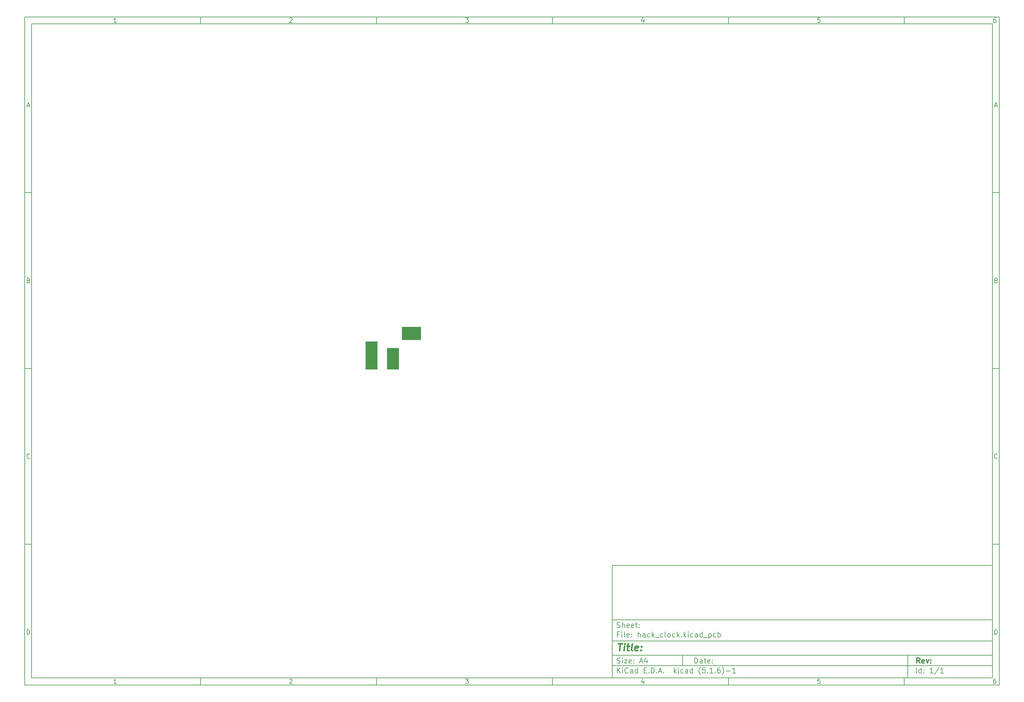
<source format=gbp>
G04 #@! TF.GenerationSoftware,KiCad,Pcbnew,(5.1.6)-1*
G04 #@! TF.CreationDate,2020-07-24T11:40:27+08:00*
G04 #@! TF.ProjectId,hack_clock,6861636b-5f63-46c6-9f63-6b2e6b696361,rev?*
G04 #@! TF.SameCoordinates,Original*
G04 #@! TF.FileFunction,Paste,Bot*
G04 #@! TF.FilePolarity,Positive*
%FSLAX46Y46*%
G04 Gerber Fmt 4.6, Leading zero omitted, Abs format (unit mm)*
G04 Created by KiCad (PCBNEW (5.1.6)-1) date 2020-07-24 11:40:27*
%MOMM*%
%LPD*%
G01*
G04 APERTURE LIST*
%ADD10C,0.150000*%
%ADD11C,0.300000*%
%ADD12C,0.400000*%
%ADD13R,5.400000X3.800000*%
%ADD14R,3.500000X6.200000*%
%ADD15R,3.500000X8.000000*%
G04 APERTURE END LIST*
D10*
X177002200Y-166007200D02*
X177002200Y-198007200D01*
X285002200Y-198007200D01*
X285002200Y-166007200D01*
X177002200Y-166007200D01*
X10000000Y-10000000D02*
X10000000Y-200007200D01*
X287002200Y-200007200D01*
X287002200Y-10000000D01*
X10000000Y-10000000D01*
X12000000Y-12000000D02*
X12000000Y-198007200D01*
X285002200Y-198007200D01*
X285002200Y-12000000D01*
X12000000Y-12000000D01*
X60000000Y-12000000D02*
X60000000Y-10000000D01*
X110000000Y-12000000D02*
X110000000Y-10000000D01*
X160000000Y-12000000D02*
X160000000Y-10000000D01*
X210000000Y-12000000D02*
X210000000Y-10000000D01*
X260000000Y-12000000D02*
X260000000Y-10000000D01*
X36065476Y-11588095D02*
X35322619Y-11588095D01*
X35694047Y-11588095D02*
X35694047Y-10288095D01*
X35570238Y-10473809D01*
X35446428Y-10597619D01*
X35322619Y-10659523D01*
X85322619Y-10411904D02*
X85384523Y-10350000D01*
X85508333Y-10288095D01*
X85817857Y-10288095D01*
X85941666Y-10350000D01*
X86003571Y-10411904D01*
X86065476Y-10535714D01*
X86065476Y-10659523D01*
X86003571Y-10845238D01*
X85260714Y-11588095D01*
X86065476Y-11588095D01*
X135260714Y-10288095D02*
X136065476Y-10288095D01*
X135632142Y-10783333D01*
X135817857Y-10783333D01*
X135941666Y-10845238D01*
X136003571Y-10907142D01*
X136065476Y-11030952D01*
X136065476Y-11340476D01*
X136003571Y-11464285D01*
X135941666Y-11526190D01*
X135817857Y-11588095D01*
X135446428Y-11588095D01*
X135322619Y-11526190D01*
X135260714Y-11464285D01*
X185941666Y-10721428D02*
X185941666Y-11588095D01*
X185632142Y-10226190D02*
X185322619Y-11154761D01*
X186127380Y-11154761D01*
X236003571Y-10288095D02*
X235384523Y-10288095D01*
X235322619Y-10907142D01*
X235384523Y-10845238D01*
X235508333Y-10783333D01*
X235817857Y-10783333D01*
X235941666Y-10845238D01*
X236003571Y-10907142D01*
X236065476Y-11030952D01*
X236065476Y-11340476D01*
X236003571Y-11464285D01*
X235941666Y-11526190D01*
X235817857Y-11588095D01*
X235508333Y-11588095D01*
X235384523Y-11526190D01*
X235322619Y-11464285D01*
X285941666Y-10288095D02*
X285694047Y-10288095D01*
X285570238Y-10350000D01*
X285508333Y-10411904D01*
X285384523Y-10597619D01*
X285322619Y-10845238D01*
X285322619Y-11340476D01*
X285384523Y-11464285D01*
X285446428Y-11526190D01*
X285570238Y-11588095D01*
X285817857Y-11588095D01*
X285941666Y-11526190D01*
X286003571Y-11464285D01*
X286065476Y-11340476D01*
X286065476Y-11030952D01*
X286003571Y-10907142D01*
X285941666Y-10845238D01*
X285817857Y-10783333D01*
X285570238Y-10783333D01*
X285446428Y-10845238D01*
X285384523Y-10907142D01*
X285322619Y-11030952D01*
X60000000Y-198007200D02*
X60000000Y-200007200D01*
X110000000Y-198007200D02*
X110000000Y-200007200D01*
X160000000Y-198007200D02*
X160000000Y-200007200D01*
X210000000Y-198007200D02*
X210000000Y-200007200D01*
X260000000Y-198007200D02*
X260000000Y-200007200D01*
X36065476Y-199595295D02*
X35322619Y-199595295D01*
X35694047Y-199595295D02*
X35694047Y-198295295D01*
X35570238Y-198481009D01*
X35446428Y-198604819D01*
X35322619Y-198666723D01*
X85322619Y-198419104D02*
X85384523Y-198357200D01*
X85508333Y-198295295D01*
X85817857Y-198295295D01*
X85941666Y-198357200D01*
X86003571Y-198419104D01*
X86065476Y-198542914D01*
X86065476Y-198666723D01*
X86003571Y-198852438D01*
X85260714Y-199595295D01*
X86065476Y-199595295D01*
X135260714Y-198295295D02*
X136065476Y-198295295D01*
X135632142Y-198790533D01*
X135817857Y-198790533D01*
X135941666Y-198852438D01*
X136003571Y-198914342D01*
X136065476Y-199038152D01*
X136065476Y-199347676D01*
X136003571Y-199471485D01*
X135941666Y-199533390D01*
X135817857Y-199595295D01*
X135446428Y-199595295D01*
X135322619Y-199533390D01*
X135260714Y-199471485D01*
X185941666Y-198728628D02*
X185941666Y-199595295D01*
X185632142Y-198233390D02*
X185322619Y-199161961D01*
X186127380Y-199161961D01*
X236003571Y-198295295D02*
X235384523Y-198295295D01*
X235322619Y-198914342D01*
X235384523Y-198852438D01*
X235508333Y-198790533D01*
X235817857Y-198790533D01*
X235941666Y-198852438D01*
X236003571Y-198914342D01*
X236065476Y-199038152D01*
X236065476Y-199347676D01*
X236003571Y-199471485D01*
X235941666Y-199533390D01*
X235817857Y-199595295D01*
X235508333Y-199595295D01*
X235384523Y-199533390D01*
X235322619Y-199471485D01*
X285941666Y-198295295D02*
X285694047Y-198295295D01*
X285570238Y-198357200D01*
X285508333Y-198419104D01*
X285384523Y-198604819D01*
X285322619Y-198852438D01*
X285322619Y-199347676D01*
X285384523Y-199471485D01*
X285446428Y-199533390D01*
X285570238Y-199595295D01*
X285817857Y-199595295D01*
X285941666Y-199533390D01*
X286003571Y-199471485D01*
X286065476Y-199347676D01*
X286065476Y-199038152D01*
X286003571Y-198914342D01*
X285941666Y-198852438D01*
X285817857Y-198790533D01*
X285570238Y-198790533D01*
X285446428Y-198852438D01*
X285384523Y-198914342D01*
X285322619Y-199038152D01*
X10000000Y-60000000D02*
X12000000Y-60000000D01*
X10000000Y-110000000D02*
X12000000Y-110000000D01*
X10000000Y-160000000D02*
X12000000Y-160000000D01*
X10690476Y-35216666D02*
X11309523Y-35216666D01*
X10566666Y-35588095D02*
X11000000Y-34288095D01*
X11433333Y-35588095D01*
X11092857Y-84907142D02*
X11278571Y-84969047D01*
X11340476Y-85030952D01*
X11402380Y-85154761D01*
X11402380Y-85340476D01*
X11340476Y-85464285D01*
X11278571Y-85526190D01*
X11154761Y-85588095D01*
X10659523Y-85588095D01*
X10659523Y-84288095D01*
X11092857Y-84288095D01*
X11216666Y-84350000D01*
X11278571Y-84411904D01*
X11340476Y-84535714D01*
X11340476Y-84659523D01*
X11278571Y-84783333D01*
X11216666Y-84845238D01*
X11092857Y-84907142D01*
X10659523Y-84907142D01*
X11402380Y-135464285D02*
X11340476Y-135526190D01*
X11154761Y-135588095D01*
X11030952Y-135588095D01*
X10845238Y-135526190D01*
X10721428Y-135402380D01*
X10659523Y-135278571D01*
X10597619Y-135030952D01*
X10597619Y-134845238D01*
X10659523Y-134597619D01*
X10721428Y-134473809D01*
X10845238Y-134350000D01*
X11030952Y-134288095D01*
X11154761Y-134288095D01*
X11340476Y-134350000D01*
X11402380Y-134411904D01*
X10659523Y-185588095D02*
X10659523Y-184288095D01*
X10969047Y-184288095D01*
X11154761Y-184350000D01*
X11278571Y-184473809D01*
X11340476Y-184597619D01*
X11402380Y-184845238D01*
X11402380Y-185030952D01*
X11340476Y-185278571D01*
X11278571Y-185402380D01*
X11154761Y-185526190D01*
X10969047Y-185588095D01*
X10659523Y-185588095D01*
X287002200Y-60000000D02*
X285002200Y-60000000D01*
X287002200Y-110000000D02*
X285002200Y-110000000D01*
X287002200Y-160000000D02*
X285002200Y-160000000D01*
X285692676Y-35216666D02*
X286311723Y-35216666D01*
X285568866Y-35588095D02*
X286002200Y-34288095D01*
X286435533Y-35588095D01*
X286095057Y-84907142D02*
X286280771Y-84969047D01*
X286342676Y-85030952D01*
X286404580Y-85154761D01*
X286404580Y-85340476D01*
X286342676Y-85464285D01*
X286280771Y-85526190D01*
X286156961Y-85588095D01*
X285661723Y-85588095D01*
X285661723Y-84288095D01*
X286095057Y-84288095D01*
X286218866Y-84350000D01*
X286280771Y-84411904D01*
X286342676Y-84535714D01*
X286342676Y-84659523D01*
X286280771Y-84783333D01*
X286218866Y-84845238D01*
X286095057Y-84907142D01*
X285661723Y-84907142D01*
X286404580Y-135464285D02*
X286342676Y-135526190D01*
X286156961Y-135588095D01*
X286033152Y-135588095D01*
X285847438Y-135526190D01*
X285723628Y-135402380D01*
X285661723Y-135278571D01*
X285599819Y-135030952D01*
X285599819Y-134845238D01*
X285661723Y-134597619D01*
X285723628Y-134473809D01*
X285847438Y-134350000D01*
X286033152Y-134288095D01*
X286156961Y-134288095D01*
X286342676Y-134350000D01*
X286404580Y-134411904D01*
X285661723Y-185588095D02*
X285661723Y-184288095D01*
X285971247Y-184288095D01*
X286156961Y-184350000D01*
X286280771Y-184473809D01*
X286342676Y-184597619D01*
X286404580Y-184845238D01*
X286404580Y-185030952D01*
X286342676Y-185278571D01*
X286280771Y-185402380D01*
X286156961Y-185526190D01*
X285971247Y-185588095D01*
X285661723Y-185588095D01*
X200434342Y-193785771D02*
X200434342Y-192285771D01*
X200791485Y-192285771D01*
X201005771Y-192357200D01*
X201148628Y-192500057D01*
X201220057Y-192642914D01*
X201291485Y-192928628D01*
X201291485Y-193142914D01*
X201220057Y-193428628D01*
X201148628Y-193571485D01*
X201005771Y-193714342D01*
X200791485Y-193785771D01*
X200434342Y-193785771D01*
X202577200Y-193785771D02*
X202577200Y-193000057D01*
X202505771Y-192857200D01*
X202362914Y-192785771D01*
X202077200Y-192785771D01*
X201934342Y-192857200D01*
X202577200Y-193714342D02*
X202434342Y-193785771D01*
X202077200Y-193785771D01*
X201934342Y-193714342D01*
X201862914Y-193571485D01*
X201862914Y-193428628D01*
X201934342Y-193285771D01*
X202077200Y-193214342D01*
X202434342Y-193214342D01*
X202577200Y-193142914D01*
X203077200Y-192785771D02*
X203648628Y-192785771D01*
X203291485Y-192285771D02*
X203291485Y-193571485D01*
X203362914Y-193714342D01*
X203505771Y-193785771D01*
X203648628Y-193785771D01*
X204720057Y-193714342D02*
X204577200Y-193785771D01*
X204291485Y-193785771D01*
X204148628Y-193714342D01*
X204077200Y-193571485D01*
X204077200Y-193000057D01*
X204148628Y-192857200D01*
X204291485Y-192785771D01*
X204577200Y-192785771D01*
X204720057Y-192857200D01*
X204791485Y-193000057D01*
X204791485Y-193142914D01*
X204077200Y-193285771D01*
X205434342Y-193642914D02*
X205505771Y-193714342D01*
X205434342Y-193785771D01*
X205362914Y-193714342D01*
X205434342Y-193642914D01*
X205434342Y-193785771D01*
X205434342Y-192857200D02*
X205505771Y-192928628D01*
X205434342Y-193000057D01*
X205362914Y-192928628D01*
X205434342Y-192857200D01*
X205434342Y-193000057D01*
X177002200Y-194507200D02*
X285002200Y-194507200D01*
X178434342Y-196585771D02*
X178434342Y-195085771D01*
X179291485Y-196585771D02*
X178648628Y-195728628D01*
X179291485Y-195085771D02*
X178434342Y-195942914D01*
X179934342Y-196585771D02*
X179934342Y-195585771D01*
X179934342Y-195085771D02*
X179862914Y-195157200D01*
X179934342Y-195228628D01*
X180005771Y-195157200D01*
X179934342Y-195085771D01*
X179934342Y-195228628D01*
X181505771Y-196442914D02*
X181434342Y-196514342D01*
X181220057Y-196585771D01*
X181077200Y-196585771D01*
X180862914Y-196514342D01*
X180720057Y-196371485D01*
X180648628Y-196228628D01*
X180577200Y-195942914D01*
X180577200Y-195728628D01*
X180648628Y-195442914D01*
X180720057Y-195300057D01*
X180862914Y-195157200D01*
X181077200Y-195085771D01*
X181220057Y-195085771D01*
X181434342Y-195157200D01*
X181505771Y-195228628D01*
X182791485Y-196585771D02*
X182791485Y-195800057D01*
X182720057Y-195657200D01*
X182577200Y-195585771D01*
X182291485Y-195585771D01*
X182148628Y-195657200D01*
X182791485Y-196514342D02*
X182648628Y-196585771D01*
X182291485Y-196585771D01*
X182148628Y-196514342D01*
X182077200Y-196371485D01*
X182077200Y-196228628D01*
X182148628Y-196085771D01*
X182291485Y-196014342D01*
X182648628Y-196014342D01*
X182791485Y-195942914D01*
X184148628Y-196585771D02*
X184148628Y-195085771D01*
X184148628Y-196514342D02*
X184005771Y-196585771D01*
X183720057Y-196585771D01*
X183577200Y-196514342D01*
X183505771Y-196442914D01*
X183434342Y-196300057D01*
X183434342Y-195871485D01*
X183505771Y-195728628D01*
X183577200Y-195657200D01*
X183720057Y-195585771D01*
X184005771Y-195585771D01*
X184148628Y-195657200D01*
X186005771Y-195800057D02*
X186505771Y-195800057D01*
X186720057Y-196585771D02*
X186005771Y-196585771D01*
X186005771Y-195085771D01*
X186720057Y-195085771D01*
X187362914Y-196442914D02*
X187434342Y-196514342D01*
X187362914Y-196585771D01*
X187291485Y-196514342D01*
X187362914Y-196442914D01*
X187362914Y-196585771D01*
X188077200Y-196585771D02*
X188077200Y-195085771D01*
X188434342Y-195085771D01*
X188648628Y-195157200D01*
X188791485Y-195300057D01*
X188862914Y-195442914D01*
X188934342Y-195728628D01*
X188934342Y-195942914D01*
X188862914Y-196228628D01*
X188791485Y-196371485D01*
X188648628Y-196514342D01*
X188434342Y-196585771D01*
X188077200Y-196585771D01*
X189577200Y-196442914D02*
X189648628Y-196514342D01*
X189577200Y-196585771D01*
X189505771Y-196514342D01*
X189577200Y-196442914D01*
X189577200Y-196585771D01*
X190220057Y-196157200D02*
X190934342Y-196157200D01*
X190077200Y-196585771D02*
X190577200Y-195085771D01*
X191077200Y-196585771D01*
X191577200Y-196442914D02*
X191648628Y-196514342D01*
X191577200Y-196585771D01*
X191505771Y-196514342D01*
X191577200Y-196442914D01*
X191577200Y-196585771D01*
X194577200Y-196585771D02*
X194577200Y-195085771D01*
X194720057Y-196014342D02*
X195148628Y-196585771D01*
X195148628Y-195585771D02*
X194577200Y-196157200D01*
X195791485Y-196585771D02*
X195791485Y-195585771D01*
X195791485Y-195085771D02*
X195720057Y-195157200D01*
X195791485Y-195228628D01*
X195862914Y-195157200D01*
X195791485Y-195085771D01*
X195791485Y-195228628D01*
X197148628Y-196514342D02*
X197005771Y-196585771D01*
X196720057Y-196585771D01*
X196577200Y-196514342D01*
X196505771Y-196442914D01*
X196434342Y-196300057D01*
X196434342Y-195871485D01*
X196505771Y-195728628D01*
X196577200Y-195657200D01*
X196720057Y-195585771D01*
X197005771Y-195585771D01*
X197148628Y-195657200D01*
X198434342Y-196585771D02*
X198434342Y-195800057D01*
X198362914Y-195657200D01*
X198220057Y-195585771D01*
X197934342Y-195585771D01*
X197791485Y-195657200D01*
X198434342Y-196514342D02*
X198291485Y-196585771D01*
X197934342Y-196585771D01*
X197791485Y-196514342D01*
X197720057Y-196371485D01*
X197720057Y-196228628D01*
X197791485Y-196085771D01*
X197934342Y-196014342D01*
X198291485Y-196014342D01*
X198434342Y-195942914D01*
X199791485Y-196585771D02*
X199791485Y-195085771D01*
X199791485Y-196514342D02*
X199648628Y-196585771D01*
X199362914Y-196585771D01*
X199220057Y-196514342D01*
X199148628Y-196442914D01*
X199077200Y-196300057D01*
X199077200Y-195871485D01*
X199148628Y-195728628D01*
X199220057Y-195657200D01*
X199362914Y-195585771D01*
X199648628Y-195585771D01*
X199791485Y-195657200D01*
X202077200Y-197157200D02*
X202005771Y-197085771D01*
X201862914Y-196871485D01*
X201791485Y-196728628D01*
X201720057Y-196514342D01*
X201648628Y-196157200D01*
X201648628Y-195871485D01*
X201720057Y-195514342D01*
X201791485Y-195300057D01*
X201862914Y-195157200D01*
X202005771Y-194942914D01*
X202077200Y-194871485D01*
X203362914Y-195085771D02*
X202648628Y-195085771D01*
X202577200Y-195800057D01*
X202648628Y-195728628D01*
X202791485Y-195657200D01*
X203148628Y-195657200D01*
X203291485Y-195728628D01*
X203362914Y-195800057D01*
X203434342Y-195942914D01*
X203434342Y-196300057D01*
X203362914Y-196442914D01*
X203291485Y-196514342D01*
X203148628Y-196585771D01*
X202791485Y-196585771D01*
X202648628Y-196514342D01*
X202577200Y-196442914D01*
X204077200Y-196442914D02*
X204148628Y-196514342D01*
X204077200Y-196585771D01*
X204005771Y-196514342D01*
X204077200Y-196442914D01*
X204077200Y-196585771D01*
X205577200Y-196585771D02*
X204720057Y-196585771D01*
X205148628Y-196585771D02*
X205148628Y-195085771D01*
X205005771Y-195300057D01*
X204862914Y-195442914D01*
X204720057Y-195514342D01*
X206220057Y-196442914D02*
X206291485Y-196514342D01*
X206220057Y-196585771D01*
X206148628Y-196514342D01*
X206220057Y-196442914D01*
X206220057Y-196585771D01*
X207577200Y-195085771D02*
X207291485Y-195085771D01*
X207148628Y-195157200D01*
X207077200Y-195228628D01*
X206934342Y-195442914D01*
X206862914Y-195728628D01*
X206862914Y-196300057D01*
X206934342Y-196442914D01*
X207005771Y-196514342D01*
X207148628Y-196585771D01*
X207434342Y-196585771D01*
X207577200Y-196514342D01*
X207648628Y-196442914D01*
X207720057Y-196300057D01*
X207720057Y-195942914D01*
X207648628Y-195800057D01*
X207577200Y-195728628D01*
X207434342Y-195657200D01*
X207148628Y-195657200D01*
X207005771Y-195728628D01*
X206934342Y-195800057D01*
X206862914Y-195942914D01*
X208220057Y-197157200D02*
X208291485Y-197085771D01*
X208434342Y-196871485D01*
X208505771Y-196728628D01*
X208577200Y-196514342D01*
X208648628Y-196157200D01*
X208648628Y-195871485D01*
X208577200Y-195514342D01*
X208505771Y-195300057D01*
X208434342Y-195157200D01*
X208291485Y-194942914D01*
X208220057Y-194871485D01*
X209362914Y-196014342D02*
X210505771Y-196014342D01*
X212005771Y-196585771D02*
X211148628Y-196585771D01*
X211577200Y-196585771D02*
X211577200Y-195085771D01*
X211434342Y-195300057D01*
X211291485Y-195442914D01*
X211148628Y-195514342D01*
X177002200Y-191507200D02*
X285002200Y-191507200D01*
D11*
X264411485Y-193785771D02*
X263911485Y-193071485D01*
X263554342Y-193785771D02*
X263554342Y-192285771D01*
X264125771Y-192285771D01*
X264268628Y-192357200D01*
X264340057Y-192428628D01*
X264411485Y-192571485D01*
X264411485Y-192785771D01*
X264340057Y-192928628D01*
X264268628Y-193000057D01*
X264125771Y-193071485D01*
X263554342Y-193071485D01*
X265625771Y-193714342D02*
X265482914Y-193785771D01*
X265197200Y-193785771D01*
X265054342Y-193714342D01*
X264982914Y-193571485D01*
X264982914Y-193000057D01*
X265054342Y-192857200D01*
X265197200Y-192785771D01*
X265482914Y-192785771D01*
X265625771Y-192857200D01*
X265697200Y-193000057D01*
X265697200Y-193142914D01*
X264982914Y-193285771D01*
X266197200Y-192785771D02*
X266554342Y-193785771D01*
X266911485Y-192785771D01*
X267482914Y-193642914D02*
X267554342Y-193714342D01*
X267482914Y-193785771D01*
X267411485Y-193714342D01*
X267482914Y-193642914D01*
X267482914Y-193785771D01*
X267482914Y-192857200D02*
X267554342Y-192928628D01*
X267482914Y-193000057D01*
X267411485Y-192928628D01*
X267482914Y-192857200D01*
X267482914Y-193000057D01*
D10*
X178362914Y-193714342D02*
X178577200Y-193785771D01*
X178934342Y-193785771D01*
X179077200Y-193714342D01*
X179148628Y-193642914D01*
X179220057Y-193500057D01*
X179220057Y-193357200D01*
X179148628Y-193214342D01*
X179077200Y-193142914D01*
X178934342Y-193071485D01*
X178648628Y-193000057D01*
X178505771Y-192928628D01*
X178434342Y-192857200D01*
X178362914Y-192714342D01*
X178362914Y-192571485D01*
X178434342Y-192428628D01*
X178505771Y-192357200D01*
X178648628Y-192285771D01*
X179005771Y-192285771D01*
X179220057Y-192357200D01*
X179862914Y-193785771D02*
X179862914Y-192785771D01*
X179862914Y-192285771D02*
X179791485Y-192357200D01*
X179862914Y-192428628D01*
X179934342Y-192357200D01*
X179862914Y-192285771D01*
X179862914Y-192428628D01*
X180434342Y-192785771D02*
X181220057Y-192785771D01*
X180434342Y-193785771D01*
X181220057Y-193785771D01*
X182362914Y-193714342D02*
X182220057Y-193785771D01*
X181934342Y-193785771D01*
X181791485Y-193714342D01*
X181720057Y-193571485D01*
X181720057Y-193000057D01*
X181791485Y-192857200D01*
X181934342Y-192785771D01*
X182220057Y-192785771D01*
X182362914Y-192857200D01*
X182434342Y-193000057D01*
X182434342Y-193142914D01*
X181720057Y-193285771D01*
X183077200Y-193642914D02*
X183148628Y-193714342D01*
X183077200Y-193785771D01*
X183005771Y-193714342D01*
X183077200Y-193642914D01*
X183077200Y-193785771D01*
X183077200Y-192857200D02*
X183148628Y-192928628D01*
X183077200Y-193000057D01*
X183005771Y-192928628D01*
X183077200Y-192857200D01*
X183077200Y-193000057D01*
X184862914Y-193357200D02*
X185577200Y-193357200D01*
X184720057Y-193785771D02*
X185220057Y-192285771D01*
X185720057Y-193785771D01*
X186862914Y-192785771D02*
X186862914Y-193785771D01*
X186505771Y-192214342D02*
X186148628Y-193285771D01*
X187077200Y-193285771D01*
X263434342Y-196585771D02*
X263434342Y-195085771D01*
X264791485Y-196585771D02*
X264791485Y-195085771D01*
X264791485Y-196514342D02*
X264648628Y-196585771D01*
X264362914Y-196585771D01*
X264220057Y-196514342D01*
X264148628Y-196442914D01*
X264077200Y-196300057D01*
X264077200Y-195871485D01*
X264148628Y-195728628D01*
X264220057Y-195657200D01*
X264362914Y-195585771D01*
X264648628Y-195585771D01*
X264791485Y-195657200D01*
X265505771Y-196442914D02*
X265577200Y-196514342D01*
X265505771Y-196585771D01*
X265434342Y-196514342D01*
X265505771Y-196442914D01*
X265505771Y-196585771D01*
X265505771Y-195657200D02*
X265577200Y-195728628D01*
X265505771Y-195800057D01*
X265434342Y-195728628D01*
X265505771Y-195657200D01*
X265505771Y-195800057D01*
X268148628Y-196585771D02*
X267291485Y-196585771D01*
X267720057Y-196585771D02*
X267720057Y-195085771D01*
X267577200Y-195300057D01*
X267434342Y-195442914D01*
X267291485Y-195514342D01*
X269862914Y-195014342D02*
X268577200Y-196942914D01*
X271148628Y-196585771D02*
X270291485Y-196585771D01*
X270720057Y-196585771D02*
X270720057Y-195085771D01*
X270577200Y-195300057D01*
X270434342Y-195442914D01*
X270291485Y-195514342D01*
X177002200Y-187507200D02*
X285002200Y-187507200D01*
D12*
X178714580Y-188211961D02*
X179857438Y-188211961D01*
X179036009Y-190211961D02*
X179286009Y-188211961D01*
X180274104Y-190211961D02*
X180440771Y-188878628D01*
X180524104Y-188211961D02*
X180416961Y-188307200D01*
X180500295Y-188402438D01*
X180607438Y-188307200D01*
X180524104Y-188211961D01*
X180500295Y-188402438D01*
X181107438Y-188878628D02*
X181869342Y-188878628D01*
X181476485Y-188211961D02*
X181262200Y-189926247D01*
X181333628Y-190116723D01*
X181512200Y-190211961D01*
X181702676Y-190211961D01*
X182655057Y-190211961D02*
X182476485Y-190116723D01*
X182405057Y-189926247D01*
X182619342Y-188211961D01*
X184190771Y-190116723D02*
X183988390Y-190211961D01*
X183607438Y-190211961D01*
X183428866Y-190116723D01*
X183357438Y-189926247D01*
X183452676Y-189164342D01*
X183571723Y-188973866D01*
X183774104Y-188878628D01*
X184155057Y-188878628D01*
X184333628Y-188973866D01*
X184405057Y-189164342D01*
X184381247Y-189354819D01*
X183405057Y-189545295D01*
X185155057Y-190021485D02*
X185238390Y-190116723D01*
X185131247Y-190211961D01*
X185047914Y-190116723D01*
X185155057Y-190021485D01*
X185131247Y-190211961D01*
X185286009Y-188973866D02*
X185369342Y-189069104D01*
X185262200Y-189164342D01*
X185178866Y-189069104D01*
X185286009Y-188973866D01*
X185262200Y-189164342D01*
D10*
X178934342Y-185600057D02*
X178434342Y-185600057D01*
X178434342Y-186385771D02*
X178434342Y-184885771D01*
X179148628Y-184885771D01*
X179720057Y-186385771D02*
X179720057Y-185385771D01*
X179720057Y-184885771D02*
X179648628Y-184957200D01*
X179720057Y-185028628D01*
X179791485Y-184957200D01*
X179720057Y-184885771D01*
X179720057Y-185028628D01*
X180648628Y-186385771D02*
X180505771Y-186314342D01*
X180434342Y-186171485D01*
X180434342Y-184885771D01*
X181791485Y-186314342D02*
X181648628Y-186385771D01*
X181362914Y-186385771D01*
X181220057Y-186314342D01*
X181148628Y-186171485D01*
X181148628Y-185600057D01*
X181220057Y-185457200D01*
X181362914Y-185385771D01*
X181648628Y-185385771D01*
X181791485Y-185457200D01*
X181862914Y-185600057D01*
X181862914Y-185742914D01*
X181148628Y-185885771D01*
X182505771Y-186242914D02*
X182577200Y-186314342D01*
X182505771Y-186385771D01*
X182434342Y-186314342D01*
X182505771Y-186242914D01*
X182505771Y-186385771D01*
X182505771Y-185457200D02*
X182577200Y-185528628D01*
X182505771Y-185600057D01*
X182434342Y-185528628D01*
X182505771Y-185457200D01*
X182505771Y-185600057D01*
X184362914Y-186385771D02*
X184362914Y-184885771D01*
X185005771Y-186385771D02*
X185005771Y-185600057D01*
X184934342Y-185457200D01*
X184791485Y-185385771D01*
X184577200Y-185385771D01*
X184434342Y-185457200D01*
X184362914Y-185528628D01*
X186362914Y-186385771D02*
X186362914Y-185600057D01*
X186291485Y-185457200D01*
X186148628Y-185385771D01*
X185862914Y-185385771D01*
X185720057Y-185457200D01*
X186362914Y-186314342D02*
X186220057Y-186385771D01*
X185862914Y-186385771D01*
X185720057Y-186314342D01*
X185648628Y-186171485D01*
X185648628Y-186028628D01*
X185720057Y-185885771D01*
X185862914Y-185814342D01*
X186220057Y-185814342D01*
X186362914Y-185742914D01*
X187720057Y-186314342D02*
X187577200Y-186385771D01*
X187291485Y-186385771D01*
X187148628Y-186314342D01*
X187077200Y-186242914D01*
X187005771Y-186100057D01*
X187005771Y-185671485D01*
X187077200Y-185528628D01*
X187148628Y-185457200D01*
X187291485Y-185385771D01*
X187577200Y-185385771D01*
X187720057Y-185457200D01*
X188362914Y-186385771D02*
X188362914Y-184885771D01*
X188505771Y-185814342D02*
X188934342Y-186385771D01*
X188934342Y-185385771D02*
X188362914Y-185957200D01*
X189220057Y-186528628D02*
X190362914Y-186528628D01*
X191362914Y-186314342D02*
X191220057Y-186385771D01*
X190934342Y-186385771D01*
X190791485Y-186314342D01*
X190720057Y-186242914D01*
X190648628Y-186100057D01*
X190648628Y-185671485D01*
X190720057Y-185528628D01*
X190791485Y-185457200D01*
X190934342Y-185385771D01*
X191220057Y-185385771D01*
X191362914Y-185457200D01*
X192220057Y-186385771D02*
X192077200Y-186314342D01*
X192005771Y-186171485D01*
X192005771Y-184885771D01*
X193005771Y-186385771D02*
X192862914Y-186314342D01*
X192791485Y-186242914D01*
X192720057Y-186100057D01*
X192720057Y-185671485D01*
X192791485Y-185528628D01*
X192862914Y-185457200D01*
X193005771Y-185385771D01*
X193220057Y-185385771D01*
X193362914Y-185457200D01*
X193434342Y-185528628D01*
X193505771Y-185671485D01*
X193505771Y-186100057D01*
X193434342Y-186242914D01*
X193362914Y-186314342D01*
X193220057Y-186385771D01*
X193005771Y-186385771D01*
X194791485Y-186314342D02*
X194648628Y-186385771D01*
X194362914Y-186385771D01*
X194220057Y-186314342D01*
X194148628Y-186242914D01*
X194077200Y-186100057D01*
X194077200Y-185671485D01*
X194148628Y-185528628D01*
X194220057Y-185457200D01*
X194362914Y-185385771D01*
X194648628Y-185385771D01*
X194791485Y-185457200D01*
X195434342Y-186385771D02*
X195434342Y-184885771D01*
X195577200Y-185814342D02*
X196005771Y-186385771D01*
X196005771Y-185385771D02*
X195434342Y-185957200D01*
X196648628Y-186242914D02*
X196720057Y-186314342D01*
X196648628Y-186385771D01*
X196577200Y-186314342D01*
X196648628Y-186242914D01*
X196648628Y-186385771D01*
X197362914Y-186385771D02*
X197362914Y-184885771D01*
X197505771Y-185814342D02*
X197934342Y-186385771D01*
X197934342Y-185385771D02*
X197362914Y-185957200D01*
X198577200Y-186385771D02*
X198577200Y-185385771D01*
X198577200Y-184885771D02*
X198505771Y-184957200D01*
X198577200Y-185028628D01*
X198648628Y-184957200D01*
X198577200Y-184885771D01*
X198577200Y-185028628D01*
X199934342Y-186314342D02*
X199791485Y-186385771D01*
X199505771Y-186385771D01*
X199362914Y-186314342D01*
X199291485Y-186242914D01*
X199220057Y-186100057D01*
X199220057Y-185671485D01*
X199291485Y-185528628D01*
X199362914Y-185457200D01*
X199505771Y-185385771D01*
X199791485Y-185385771D01*
X199934342Y-185457200D01*
X201220057Y-186385771D02*
X201220057Y-185600057D01*
X201148628Y-185457200D01*
X201005771Y-185385771D01*
X200720057Y-185385771D01*
X200577200Y-185457200D01*
X201220057Y-186314342D02*
X201077200Y-186385771D01*
X200720057Y-186385771D01*
X200577200Y-186314342D01*
X200505771Y-186171485D01*
X200505771Y-186028628D01*
X200577200Y-185885771D01*
X200720057Y-185814342D01*
X201077200Y-185814342D01*
X201220057Y-185742914D01*
X202577200Y-186385771D02*
X202577200Y-184885771D01*
X202577200Y-186314342D02*
X202434342Y-186385771D01*
X202148628Y-186385771D01*
X202005771Y-186314342D01*
X201934342Y-186242914D01*
X201862914Y-186100057D01*
X201862914Y-185671485D01*
X201934342Y-185528628D01*
X202005771Y-185457200D01*
X202148628Y-185385771D01*
X202434342Y-185385771D01*
X202577200Y-185457200D01*
X202934342Y-186528628D02*
X204077200Y-186528628D01*
X204434342Y-185385771D02*
X204434342Y-186885771D01*
X204434342Y-185457200D02*
X204577200Y-185385771D01*
X204862914Y-185385771D01*
X205005771Y-185457200D01*
X205077200Y-185528628D01*
X205148628Y-185671485D01*
X205148628Y-186100057D01*
X205077200Y-186242914D01*
X205005771Y-186314342D01*
X204862914Y-186385771D01*
X204577200Y-186385771D01*
X204434342Y-186314342D01*
X206434342Y-186314342D02*
X206291485Y-186385771D01*
X206005771Y-186385771D01*
X205862914Y-186314342D01*
X205791485Y-186242914D01*
X205720057Y-186100057D01*
X205720057Y-185671485D01*
X205791485Y-185528628D01*
X205862914Y-185457200D01*
X206005771Y-185385771D01*
X206291485Y-185385771D01*
X206434342Y-185457200D01*
X207077200Y-186385771D02*
X207077200Y-184885771D01*
X207077200Y-185457200D02*
X207220057Y-185385771D01*
X207505771Y-185385771D01*
X207648628Y-185457200D01*
X207720057Y-185528628D01*
X207791485Y-185671485D01*
X207791485Y-186100057D01*
X207720057Y-186242914D01*
X207648628Y-186314342D01*
X207505771Y-186385771D01*
X207220057Y-186385771D01*
X207077200Y-186314342D01*
X177002200Y-181507200D02*
X285002200Y-181507200D01*
X178362914Y-183614342D02*
X178577200Y-183685771D01*
X178934342Y-183685771D01*
X179077200Y-183614342D01*
X179148628Y-183542914D01*
X179220057Y-183400057D01*
X179220057Y-183257200D01*
X179148628Y-183114342D01*
X179077200Y-183042914D01*
X178934342Y-182971485D01*
X178648628Y-182900057D01*
X178505771Y-182828628D01*
X178434342Y-182757200D01*
X178362914Y-182614342D01*
X178362914Y-182471485D01*
X178434342Y-182328628D01*
X178505771Y-182257200D01*
X178648628Y-182185771D01*
X179005771Y-182185771D01*
X179220057Y-182257200D01*
X179862914Y-183685771D02*
X179862914Y-182185771D01*
X180505771Y-183685771D02*
X180505771Y-182900057D01*
X180434342Y-182757200D01*
X180291485Y-182685771D01*
X180077200Y-182685771D01*
X179934342Y-182757200D01*
X179862914Y-182828628D01*
X181791485Y-183614342D02*
X181648628Y-183685771D01*
X181362914Y-183685771D01*
X181220057Y-183614342D01*
X181148628Y-183471485D01*
X181148628Y-182900057D01*
X181220057Y-182757200D01*
X181362914Y-182685771D01*
X181648628Y-182685771D01*
X181791485Y-182757200D01*
X181862914Y-182900057D01*
X181862914Y-183042914D01*
X181148628Y-183185771D01*
X183077200Y-183614342D02*
X182934342Y-183685771D01*
X182648628Y-183685771D01*
X182505771Y-183614342D01*
X182434342Y-183471485D01*
X182434342Y-182900057D01*
X182505771Y-182757200D01*
X182648628Y-182685771D01*
X182934342Y-182685771D01*
X183077200Y-182757200D01*
X183148628Y-182900057D01*
X183148628Y-183042914D01*
X182434342Y-183185771D01*
X183577200Y-182685771D02*
X184148628Y-182685771D01*
X183791485Y-182185771D02*
X183791485Y-183471485D01*
X183862914Y-183614342D01*
X184005771Y-183685771D01*
X184148628Y-183685771D01*
X184648628Y-183542914D02*
X184720057Y-183614342D01*
X184648628Y-183685771D01*
X184577200Y-183614342D01*
X184648628Y-183542914D01*
X184648628Y-183685771D01*
X184648628Y-182757200D02*
X184720057Y-182828628D01*
X184648628Y-182900057D01*
X184577200Y-182828628D01*
X184648628Y-182757200D01*
X184648628Y-182900057D01*
X197002200Y-191507200D02*
X197002200Y-194507200D01*
X261002200Y-191507200D02*
X261002200Y-198007200D01*
D13*
X119900000Y-100000000D03*
D14*
X114650000Y-107200000D03*
D15*
X108600000Y-106300000D03*
M02*

</source>
